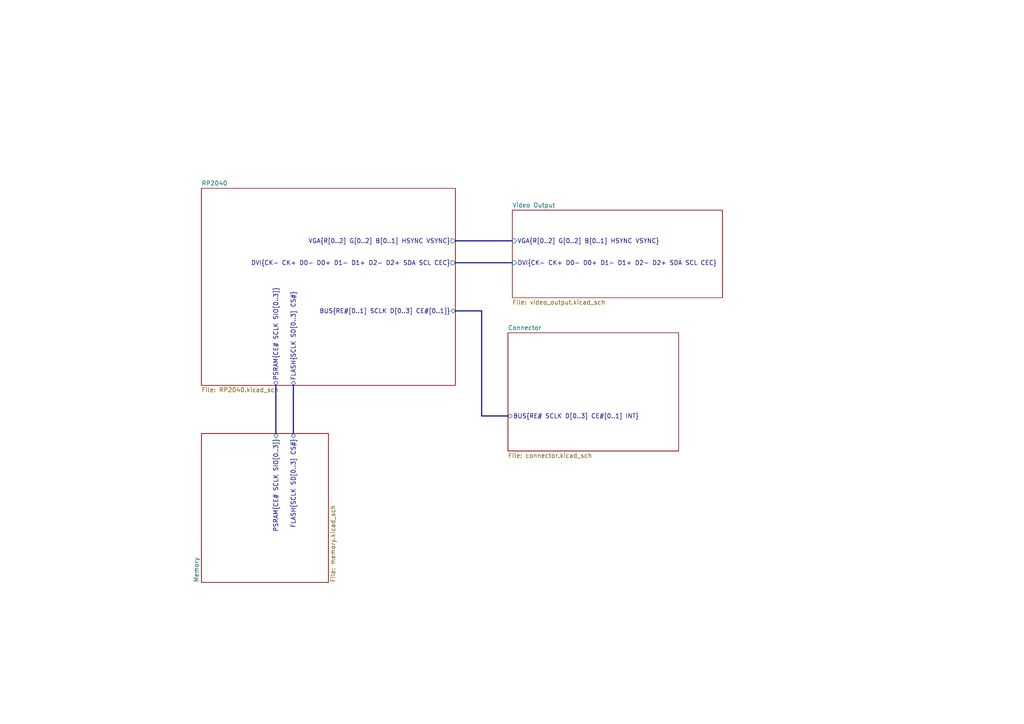
<source format=kicad_sch>
(kicad_sch (version 20220404) (generator eeschema)
  (paper "A4")
  (lib_symbols)
  (bus (pts (xy 132.08 90.17) (xy 139.7 90.17)))
  (bus (pts (xy 132.08 69.85) (xy 148.59 69.85)))
  (bus (pts (xy 132.08 76.2) (xy 148.59 76.2)))
  (bus (pts (xy 85.09 111.76) (xy 85.09 125.73)))
  (bus (pts (xy 139.7 120.65) (xy 147.32 120.65)))
  (bus (pts (xy 139.7 90.17) (xy 139.7 120.65)))
  (bus (pts (xy 80.01 111.76) (xy 80.01 125.73)))
  (sheet (at 147.32 96.52) (size 49.53 34.29) (stroke (width 0.1524))
    (property "Sheetname" "Connector" (at 147.32 95.8084 0) (effects (justify left bottom)))
    (property "Sheetfile" "connector.kicad_sch" (at 147.32 131.3946 0) (effects (justify left top)))
    (pin "BUS{RE# SCLK D[0..3] CE#[0..1] INT}" bidirectional (at 147.32 120.65 180))
  )
  (sheet (at 58.42 125.73) (size 36.83 43.18) (stroke (width 0.1524))
    (property "Sheetname" "Memory" (at 57.7084 168.91 90) (effects (justify left bottom)))
    (property "Sheetfile" "memory.kicad_sch" (at 95.8346 168.91 90) (effects (justify left top)))
    (pin "PSRAM{CE# SCLK SIO[0..3]}" bidirectional (at 80.01 125.73 90))
    (pin "FLASH{SCLK SD[0..3] CS#}" bidirectional (at 85.09 125.73 90))
  )
  (sheet (at 148.59 60.96) (size 60.96 25.4) (stroke (width 0.1524))
    (property "Sheetname" "Video Output" (at 148.59 60.2484 0) (effects (justify left bottom)))
    (property "Sheetfile" "video_output.kicad_sch" (at 148.59 86.9446 0) (effects (justify left top)))
    (pin "VGA{R[0..2] G[0..2] B[0..1] HSYNC VSYNC}" input (at 148.59 69.85 180))
    (pin "DVI{CK- CK+ D0- D0+ D1- D1+ D2- D2+ SDA SCL CEC}" input (at 148.59 76.2 180))
  )
  (sheet (at 58.42 54.61) (size 73.66 57.15) (stroke (width 0.1524))
    (property "Sheetname" "RP2040" (at 58.42 53.8984 0) (effects (justify left bottom)))
    (property "Sheetfile" "RP2040.kicad_sch" (at 58.42 112.3446 0) (effects (justify left top)))
    (pin "FLASH{SCLK SD[0..3] CS#}" bidirectional (at 85.09 111.76 270))
    (pin "DVI{CK- CK+ D0- D0+ D1- D1+ D2- D2+ SDA SCL CEC}" output (at 132.08 76.2 0))
    (pin "VGA{R[0..2] G[0..2] B[0..1] HSYNC VSYNC}" output (at 132.08 69.85 0))
    (pin "BUS{RE#[0..1] SCLK D[0..3] CE#[0..1]}" bidirectional (at 132.08 90.17 0))
    (pin "PSRAM{CE# SCLK SIO[0..3]}" bidirectional (at 80.01 111.76 270))
  )
)
</source>
